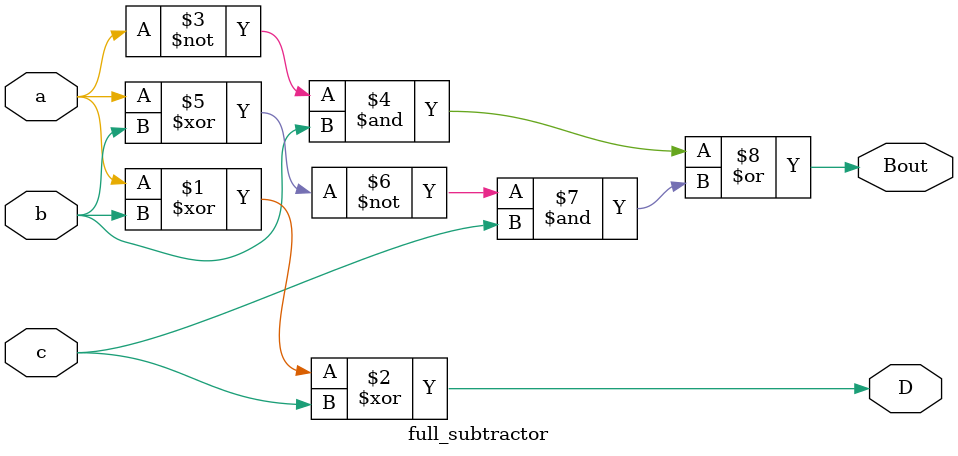
<source format=v>

module full_subtractor(a, b, c,D, Bout);

input a, b, c;

output D, Bout;

assign D = a^b^c;

assign Bout = (~a & b) | (~(a^ b) & c);

endmodule

</source>
